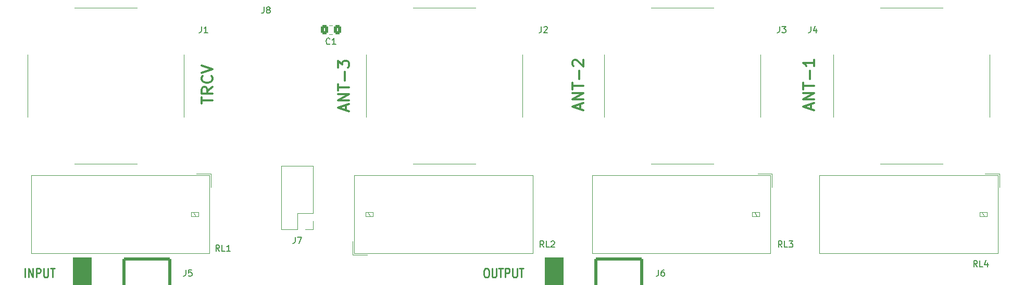
<source format=gto>
G04 #@! TF.GenerationSoftware,KiCad,Pcbnew,7.0.9-7.0.9~ubuntu20.04.1*
G04 #@! TF.CreationDate,2023-12-17T17:55:53+01:00*
G04 #@! TF.ProjectId,PL_switch,504c5f73-7769-4746-9368-2e6b69636164,1.0*
G04 #@! TF.SameCoordinates,Original*
G04 #@! TF.FileFunction,Legend,Top*
G04 #@! TF.FilePolarity,Positive*
%FSLAX46Y46*%
G04 Gerber Fmt 4.6, Leading zero omitted, Abs format (unit mm)*
G04 Created by KiCad (PCBNEW 7.0.9-7.0.9~ubuntu20.04.1) date 2023-12-17 17:55:53*
%MOMM*%
%LPD*%
G01*
G04 APERTURE LIST*
G04 Aperture macros list*
%AMRoundRect*
0 Rectangle with rounded corners*
0 $1 Rounding radius*
0 $2 $3 $4 $5 $6 $7 $8 $9 X,Y pos of 4 corners*
0 Add a 4 corners polygon primitive as box body*
4,1,4,$2,$3,$4,$5,$6,$7,$8,$9,$2,$3,0*
0 Add four circle primitives for the rounded corners*
1,1,$1+$1,$2,$3*
1,1,$1+$1,$4,$5*
1,1,$1+$1,$6,$7*
1,1,$1+$1,$8,$9*
0 Add four rect primitives between the rounded corners*
20,1,$1+$1,$2,$3,$4,$5,0*
20,1,$1+$1,$4,$5,$6,$7,0*
20,1,$1+$1,$6,$7,$8,$9,0*
20,1,$1+$1,$8,$9,$2,$3,0*%
G04 Aperture macros list end*
%ADD10C,0.150000*%
%ADD11C,0.300000*%
%ADD12C,0.250000*%
%ADD13C,0.120000*%
%ADD14R,2.500000X2.500000*%
%ADD15O,2.500000X2.500000*%
%ADD16RoundRect,0.250000X-0.337500X-0.475000X0.337500X-0.475000X0.337500X0.475000X-0.337500X0.475000X0*%
%ADD17C,5.842000*%
%ADD18R,1.700000X1.700000*%
%ADD19O,1.700000X1.700000*%
%ADD20C,6.000000*%
%ADD21R,3.000000X9.000000*%
%ADD22R,6.000000X3.000000*%
%ADD23RoundRect,2.500000X-1.500000X0.000000X1.500000X0.000000X1.500000X0.000000X-1.500000X0.000000X0*%
%ADD24RoundRect,0.250000X-3.750000X-2.250000X3.750000X-2.250000X3.750000X2.250000X-3.750000X2.250000X0*%
G04 APERTURE END LIST*
D10*
X214693571Y-118564819D02*
X214360238Y-118088628D01*
X214122143Y-118564819D02*
X214122143Y-117564819D01*
X214122143Y-117564819D02*
X214503095Y-117564819D01*
X214503095Y-117564819D02*
X214598333Y-117612438D01*
X214598333Y-117612438D02*
X214645952Y-117660057D01*
X214645952Y-117660057D02*
X214693571Y-117755295D01*
X214693571Y-117755295D02*
X214693571Y-117898152D01*
X214693571Y-117898152D02*
X214645952Y-117993390D01*
X214645952Y-117993390D02*
X214598333Y-118041009D01*
X214598333Y-118041009D02*
X214503095Y-118088628D01*
X214503095Y-118088628D02*
X214122143Y-118088628D01*
X215598333Y-118564819D02*
X215122143Y-118564819D01*
X215122143Y-118564819D02*
X215122143Y-117564819D01*
X216360238Y-117898152D02*
X216360238Y-118564819D01*
X216122143Y-117517200D02*
X215884048Y-118231485D01*
X215884048Y-118231485D02*
X216503095Y-118231485D01*
X109455833Y-82274580D02*
X109408214Y-82322200D01*
X109408214Y-82322200D02*
X109265357Y-82369819D01*
X109265357Y-82369819D02*
X109170119Y-82369819D01*
X109170119Y-82369819D02*
X109027262Y-82322200D01*
X109027262Y-82322200D02*
X108932024Y-82226961D01*
X108932024Y-82226961D02*
X108884405Y-82131723D01*
X108884405Y-82131723D02*
X108836786Y-81941247D01*
X108836786Y-81941247D02*
X108836786Y-81798390D01*
X108836786Y-81798390D02*
X108884405Y-81607914D01*
X108884405Y-81607914D02*
X108932024Y-81512676D01*
X108932024Y-81512676D02*
X109027262Y-81417438D01*
X109027262Y-81417438D02*
X109170119Y-81369819D01*
X109170119Y-81369819D02*
X109265357Y-81369819D01*
X109265357Y-81369819D02*
X109408214Y-81417438D01*
X109408214Y-81417438D02*
X109455833Y-81465057D01*
X110408214Y-82369819D02*
X109836786Y-82369819D01*
X110122500Y-82369819D02*
X110122500Y-81369819D01*
X110122500Y-81369819D02*
X110027262Y-81512676D01*
X110027262Y-81512676D02*
X109932024Y-81607914D01*
X109932024Y-81607914D02*
X109836786Y-81655533D01*
X187626666Y-79464819D02*
X187626666Y-80179104D01*
X187626666Y-80179104D02*
X187579047Y-80321961D01*
X187579047Y-80321961D02*
X187483809Y-80417200D01*
X187483809Y-80417200D02*
X187340952Y-80464819D01*
X187340952Y-80464819D02*
X187245714Y-80464819D01*
X188531428Y-79798152D02*
X188531428Y-80464819D01*
X188293333Y-79417200D02*
X188055238Y-80131485D01*
X188055238Y-80131485D02*
X188674285Y-80131485D01*
D11*
X187627828Y-92928570D02*
X187627828Y-92071428D01*
X188142114Y-93099999D02*
X186342114Y-92499999D01*
X186342114Y-92499999D02*
X188142114Y-91899999D01*
X188142114Y-91299999D02*
X186342114Y-91299999D01*
X186342114Y-91299999D02*
X188142114Y-90271428D01*
X188142114Y-90271428D02*
X186342114Y-90271428D01*
X186342114Y-89671428D02*
X186342114Y-88642857D01*
X188142114Y-89157142D02*
X186342114Y-89157142D01*
X187456400Y-88042856D02*
X187456400Y-86671428D01*
X188142114Y-84871428D02*
X188142114Y-85899999D01*
X188142114Y-85385714D02*
X186342114Y-85385714D01*
X186342114Y-85385714D02*
X186599257Y-85557142D01*
X186599257Y-85557142D02*
X186770685Y-85728571D01*
X186770685Y-85728571D02*
X186856400Y-85899999D01*
D10*
X103806666Y-113754819D02*
X103806666Y-114469104D01*
X103806666Y-114469104D02*
X103759047Y-114611961D01*
X103759047Y-114611961D02*
X103663809Y-114707200D01*
X103663809Y-114707200D02*
X103520952Y-114754819D01*
X103520952Y-114754819D02*
X103425714Y-114754819D01*
X104187619Y-113754819D02*
X104854285Y-113754819D01*
X104854285Y-113754819D02*
X104425714Y-114754819D01*
X98726666Y-76289819D02*
X98726666Y-77004104D01*
X98726666Y-77004104D02*
X98679047Y-77146961D01*
X98679047Y-77146961D02*
X98583809Y-77242200D01*
X98583809Y-77242200D02*
X98440952Y-77289819D01*
X98440952Y-77289819D02*
X98345714Y-77289819D01*
X99345714Y-76718390D02*
X99250476Y-76670771D01*
X99250476Y-76670771D02*
X99202857Y-76623152D01*
X99202857Y-76623152D02*
X99155238Y-76527914D01*
X99155238Y-76527914D02*
X99155238Y-76480295D01*
X99155238Y-76480295D02*
X99202857Y-76385057D01*
X99202857Y-76385057D02*
X99250476Y-76337438D01*
X99250476Y-76337438D02*
X99345714Y-76289819D01*
X99345714Y-76289819D02*
X99536190Y-76289819D01*
X99536190Y-76289819D02*
X99631428Y-76337438D01*
X99631428Y-76337438D02*
X99679047Y-76385057D01*
X99679047Y-76385057D02*
X99726666Y-76480295D01*
X99726666Y-76480295D02*
X99726666Y-76527914D01*
X99726666Y-76527914D02*
X99679047Y-76623152D01*
X99679047Y-76623152D02*
X99631428Y-76670771D01*
X99631428Y-76670771D02*
X99536190Y-76718390D01*
X99536190Y-76718390D02*
X99345714Y-76718390D01*
X99345714Y-76718390D02*
X99250476Y-76766009D01*
X99250476Y-76766009D02*
X99202857Y-76813628D01*
X99202857Y-76813628D02*
X99155238Y-76908866D01*
X99155238Y-76908866D02*
X99155238Y-77099342D01*
X99155238Y-77099342D02*
X99202857Y-77194580D01*
X99202857Y-77194580D02*
X99250476Y-77242200D01*
X99250476Y-77242200D02*
X99345714Y-77289819D01*
X99345714Y-77289819D02*
X99536190Y-77289819D01*
X99536190Y-77289819D02*
X99631428Y-77242200D01*
X99631428Y-77242200D02*
X99679047Y-77194580D01*
X99679047Y-77194580D02*
X99726666Y-77099342D01*
X99726666Y-77099342D02*
X99726666Y-76908866D01*
X99726666Y-76908866D02*
X99679047Y-76813628D01*
X99679047Y-76813628D02*
X99631428Y-76766009D01*
X99631428Y-76766009D02*
X99536190Y-76718390D01*
X86026666Y-119088819D02*
X86026666Y-119803104D01*
X86026666Y-119803104D02*
X85979047Y-119945961D01*
X85979047Y-119945961D02*
X85883809Y-120041200D01*
X85883809Y-120041200D02*
X85740952Y-120088819D01*
X85740952Y-120088819D02*
X85645714Y-120088819D01*
X86979047Y-119088819D02*
X86502857Y-119088819D01*
X86502857Y-119088819D02*
X86455238Y-119565009D01*
X86455238Y-119565009D02*
X86502857Y-119517390D01*
X86502857Y-119517390D02*
X86598095Y-119469771D01*
X86598095Y-119469771D02*
X86836190Y-119469771D01*
X86836190Y-119469771D02*
X86931428Y-119517390D01*
X86931428Y-119517390D02*
X86979047Y-119565009D01*
X86979047Y-119565009D02*
X87026666Y-119660247D01*
X87026666Y-119660247D02*
X87026666Y-119898342D01*
X87026666Y-119898342D02*
X86979047Y-119993580D01*
X86979047Y-119993580D02*
X86931428Y-120041200D01*
X86931428Y-120041200D02*
X86836190Y-120088819D01*
X86836190Y-120088819D02*
X86598095Y-120088819D01*
X86598095Y-120088819D02*
X86502857Y-120041200D01*
X86502857Y-120041200D02*
X86455238Y-119993580D01*
D12*
X59915714Y-120314928D02*
X59915714Y-118814928D01*
X60487143Y-120314928D02*
X60487143Y-118814928D01*
X60487143Y-118814928D02*
X61172857Y-120314928D01*
X61172857Y-120314928D02*
X61172857Y-118814928D01*
X61744286Y-120314928D02*
X61744286Y-118814928D01*
X61744286Y-118814928D02*
X62201429Y-118814928D01*
X62201429Y-118814928D02*
X62315714Y-118886357D01*
X62315714Y-118886357D02*
X62372857Y-118957785D01*
X62372857Y-118957785D02*
X62430000Y-119100642D01*
X62430000Y-119100642D02*
X62430000Y-119314928D01*
X62430000Y-119314928D02*
X62372857Y-119457785D01*
X62372857Y-119457785D02*
X62315714Y-119529214D01*
X62315714Y-119529214D02*
X62201429Y-119600642D01*
X62201429Y-119600642D02*
X61744286Y-119600642D01*
X62944286Y-118814928D02*
X62944286Y-120029214D01*
X62944286Y-120029214D02*
X63001429Y-120172071D01*
X63001429Y-120172071D02*
X63058572Y-120243500D01*
X63058572Y-120243500D02*
X63172857Y-120314928D01*
X63172857Y-120314928D02*
X63401429Y-120314928D01*
X63401429Y-120314928D02*
X63515714Y-120243500D01*
X63515714Y-120243500D02*
X63572857Y-120172071D01*
X63572857Y-120172071D02*
X63630000Y-120029214D01*
X63630000Y-120029214D02*
X63630000Y-118814928D01*
X64030000Y-118814928D02*
X64715715Y-118814928D01*
X64372857Y-120314928D02*
X64372857Y-118814928D01*
D10*
X143811666Y-79464819D02*
X143811666Y-80179104D01*
X143811666Y-80179104D02*
X143764047Y-80321961D01*
X143764047Y-80321961D02*
X143668809Y-80417200D01*
X143668809Y-80417200D02*
X143525952Y-80464819D01*
X143525952Y-80464819D02*
X143430714Y-80464819D01*
X144240238Y-79560057D02*
X144287857Y-79512438D01*
X144287857Y-79512438D02*
X144383095Y-79464819D01*
X144383095Y-79464819D02*
X144621190Y-79464819D01*
X144621190Y-79464819D02*
X144716428Y-79512438D01*
X144716428Y-79512438D02*
X144764047Y-79560057D01*
X144764047Y-79560057D02*
X144811666Y-79655295D01*
X144811666Y-79655295D02*
X144811666Y-79750533D01*
X144811666Y-79750533D02*
X144764047Y-79893390D01*
X144764047Y-79893390D02*
X144192619Y-80464819D01*
X144192619Y-80464819D02*
X144811666Y-80464819D01*
D11*
X112062828Y-93128570D02*
X112062828Y-92271428D01*
X112577114Y-93299999D02*
X110777114Y-92699999D01*
X110777114Y-92699999D02*
X112577114Y-92099999D01*
X112577114Y-91499999D02*
X110777114Y-91499999D01*
X110777114Y-91499999D02*
X112577114Y-90471428D01*
X112577114Y-90471428D02*
X110777114Y-90471428D01*
X110777114Y-89871428D02*
X110777114Y-88842857D01*
X112577114Y-89357142D02*
X110777114Y-89357142D01*
X111891400Y-88242856D02*
X111891400Y-86871428D01*
X110777114Y-86185714D02*
X110777114Y-85071428D01*
X110777114Y-85071428D02*
X111462828Y-85671428D01*
X111462828Y-85671428D02*
X111462828Y-85414285D01*
X111462828Y-85414285D02*
X111548542Y-85242857D01*
X111548542Y-85242857D02*
X111634257Y-85157142D01*
X111634257Y-85157142D02*
X111805685Y-85071428D01*
X111805685Y-85071428D02*
X112234257Y-85071428D01*
X112234257Y-85071428D02*
X112405685Y-85157142D01*
X112405685Y-85157142D02*
X112491400Y-85242857D01*
X112491400Y-85242857D02*
X112577114Y-85414285D01*
X112577114Y-85414285D02*
X112577114Y-85928571D01*
X112577114Y-85928571D02*
X112491400Y-86099999D01*
X112491400Y-86099999D02*
X112405685Y-86185714D01*
D10*
X88566666Y-79464819D02*
X88566666Y-80179104D01*
X88566666Y-80179104D02*
X88519047Y-80321961D01*
X88519047Y-80321961D02*
X88423809Y-80417200D01*
X88423809Y-80417200D02*
X88280952Y-80464819D01*
X88280952Y-80464819D02*
X88185714Y-80464819D01*
X89566666Y-80464819D02*
X88995238Y-80464819D01*
X89280952Y-80464819D02*
X89280952Y-79464819D01*
X89280952Y-79464819D02*
X89185714Y-79607676D01*
X89185714Y-79607676D02*
X89090476Y-79702914D01*
X89090476Y-79702914D02*
X88995238Y-79750533D01*
D11*
X88552114Y-91985714D02*
X88552114Y-90957143D01*
X90352114Y-91471428D02*
X88552114Y-91471428D01*
X90352114Y-89328571D02*
X89494971Y-89928571D01*
X90352114Y-90357142D02*
X88552114Y-90357142D01*
X88552114Y-90357142D02*
X88552114Y-89671428D01*
X88552114Y-89671428D02*
X88637828Y-89499999D01*
X88637828Y-89499999D02*
X88723542Y-89414285D01*
X88723542Y-89414285D02*
X88894971Y-89328571D01*
X88894971Y-89328571D02*
X89152114Y-89328571D01*
X89152114Y-89328571D02*
X89323542Y-89414285D01*
X89323542Y-89414285D02*
X89409257Y-89499999D01*
X89409257Y-89499999D02*
X89494971Y-89671428D01*
X89494971Y-89671428D02*
X89494971Y-90357142D01*
X90180685Y-87528571D02*
X90266400Y-87614285D01*
X90266400Y-87614285D02*
X90352114Y-87871428D01*
X90352114Y-87871428D02*
X90352114Y-88042856D01*
X90352114Y-88042856D02*
X90266400Y-88299999D01*
X90266400Y-88299999D02*
X90094971Y-88471428D01*
X90094971Y-88471428D02*
X89923542Y-88557142D01*
X89923542Y-88557142D02*
X89580685Y-88642856D01*
X89580685Y-88642856D02*
X89323542Y-88642856D01*
X89323542Y-88642856D02*
X88980685Y-88557142D01*
X88980685Y-88557142D02*
X88809257Y-88471428D01*
X88809257Y-88471428D02*
X88637828Y-88299999D01*
X88637828Y-88299999D02*
X88552114Y-88042856D01*
X88552114Y-88042856D02*
X88552114Y-87871428D01*
X88552114Y-87871428D02*
X88637828Y-87614285D01*
X88637828Y-87614285D02*
X88723542Y-87528571D01*
X88552114Y-87014285D02*
X90352114Y-86414285D01*
X90352114Y-86414285D02*
X88552114Y-85814285D01*
D10*
X182546666Y-79464819D02*
X182546666Y-80179104D01*
X182546666Y-80179104D02*
X182499047Y-80321961D01*
X182499047Y-80321961D02*
X182403809Y-80417200D01*
X182403809Y-80417200D02*
X182260952Y-80464819D01*
X182260952Y-80464819D02*
X182165714Y-80464819D01*
X182927619Y-79464819D02*
X183546666Y-79464819D01*
X183546666Y-79464819D02*
X183213333Y-79845771D01*
X183213333Y-79845771D02*
X183356190Y-79845771D01*
X183356190Y-79845771D02*
X183451428Y-79893390D01*
X183451428Y-79893390D02*
X183499047Y-79941009D01*
X183499047Y-79941009D02*
X183546666Y-80036247D01*
X183546666Y-80036247D02*
X183546666Y-80274342D01*
X183546666Y-80274342D02*
X183499047Y-80369580D01*
X183499047Y-80369580D02*
X183451428Y-80417200D01*
X183451428Y-80417200D02*
X183356190Y-80464819D01*
X183356190Y-80464819D02*
X183070476Y-80464819D01*
X183070476Y-80464819D02*
X182975238Y-80417200D01*
X182975238Y-80417200D02*
X182927619Y-80369580D01*
D11*
X150162828Y-92928570D02*
X150162828Y-92071428D01*
X150677114Y-93099999D02*
X148877114Y-92499999D01*
X148877114Y-92499999D02*
X150677114Y-91899999D01*
X150677114Y-91299999D02*
X148877114Y-91299999D01*
X148877114Y-91299999D02*
X150677114Y-90271428D01*
X150677114Y-90271428D02*
X148877114Y-90271428D01*
X148877114Y-89671428D02*
X148877114Y-88642857D01*
X150677114Y-89157142D02*
X148877114Y-89157142D01*
X149991400Y-88042856D02*
X149991400Y-86671428D01*
X149048542Y-85899999D02*
X148962828Y-85814285D01*
X148962828Y-85814285D02*
X148877114Y-85642857D01*
X148877114Y-85642857D02*
X148877114Y-85214285D01*
X148877114Y-85214285D02*
X148962828Y-85042857D01*
X148962828Y-85042857D02*
X149048542Y-84957142D01*
X149048542Y-84957142D02*
X149219971Y-84871428D01*
X149219971Y-84871428D02*
X149391400Y-84871428D01*
X149391400Y-84871428D02*
X149648542Y-84957142D01*
X149648542Y-84957142D02*
X150677114Y-85985714D01*
X150677114Y-85985714D02*
X150677114Y-84871428D01*
D10*
X182943571Y-115389819D02*
X182610238Y-114913628D01*
X182372143Y-115389819D02*
X182372143Y-114389819D01*
X182372143Y-114389819D02*
X182753095Y-114389819D01*
X182753095Y-114389819D02*
X182848333Y-114437438D01*
X182848333Y-114437438D02*
X182895952Y-114485057D01*
X182895952Y-114485057D02*
X182943571Y-114580295D01*
X182943571Y-114580295D02*
X182943571Y-114723152D01*
X182943571Y-114723152D02*
X182895952Y-114818390D01*
X182895952Y-114818390D02*
X182848333Y-114866009D01*
X182848333Y-114866009D02*
X182753095Y-114913628D01*
X182753095Y-114913628D02*
X182372143Y-114913628D01*
X183848333Y-115389819D02*
X183372143Y-115389819D01*
X183372143Y-115389819D02*
X183372143Y-114389819D01*
X184086429Y-114389819D02*
X184705476Y-114389819D01*
X184705476Y-114389819D02*
X184372143Y-114770771D01*
X184372143Y-114770771D02*
X184515000Y-114770771D01*
X184515000Y-114770771D02*
X184610238Y-114818390D01*
X184610238Y-114818390D02*
X184657857Y-114866009D01*
X184657857Y-114866009D02*
X184705476Y-114961247D01*
X184705476Y-114961247D02*
X184705476Y-115199342D01*
X184705476Y-115199342D02*
X184657857Y-115294580D01*
X184657857Y-115294580D02*
X184610238Y-115342200D01*
X184610238Y-115342200D02*
X184515000Y-115389819D01*
X184515000Y-115389819D02*
X184229286Y-115389819D01*
X184229286Y-115389819D02*
X184134048Y-115342200D01*
X184134048Y-115342200D02*
X184086429Y-115294580D01*
X144208571Y-115389819D02*
X143875238Y-114913628D01*
X143637143Y-115389819D02*
X143637143Y-114389819D01*
X143637143Y-114389819D02*
X144018095Y-114389819D01*
X144018095Y-114389819D02*
X144113333Y-114437438D01*
X144113333Y-114437438D02*
X144160952Y-114485057D01*
X144160952Y-114485057D02*
X144208571Y-114580295D01*
X144208571Y-114580295D02*
X144208571Y-114723152D01*
X144208571Y-114723152D02*
X144160952Y-114818390D01*
X144160952Y-114818390D02*
X144113333Y-114866009D01*
X144113333Y-114866009D02*
X144018095Y-114913628D01*
X144018095Y-114913628D02*
X143637143Y-114913628D01*
X145113333Y-115389819D02*
X144637143Y-115389819D01*
X144637143Y-115389819D02*
X144637143Y-114389819D01*
X145399048Y-114485057D02*
X145446667Y-114437438D01*
X145446667Y-114437438D02*
X145541905Y-114389819D01*
X145541905Y-114389819D02*
X145780000Y-114389819D01*
X145780000Y-114389819D02*
X145875238Y-114437438D01*
X145875238Y-114437438D02*
X145922857Y-114485057D01*
X145922857Y-114485057D02*
X145970476Y-114580295D01*
X145970476Y-114580295D02*
X145970476Y-114675533D01*
X145970476Y-114675533D02*
X145922857Y-114818390D01*
X145922857Y-114818390D02*
X145351429Y-115389819D01*
X145351429Y-115389819D02*
X145970476Y-115389819D01*
X162861666Y-119088819D02*
X162861666Y-119803104D01*
X162861666Y-119803104D02*
X162814047Y-119945961D01*
X162814047Y-119945961D02*
X162718809Y-120041200D01*
X162718809Y-120041200D02*
X162575952Y-120088819D01*
X162575952Y-120088819D02*
X162480714Y-120088819D01*
X163766428Y-119088819D02*
X163575952Y-119088819D01*
X163575952Y-119088819D02*
X163480714Y-119136438D01*
X163480714Y-119136438D02*
X163433095Y-119184057D01*
X163433095Y-119184057D02*
X163337857Y-119326914D01*
X163337857Y-119326914D02*
X163290238Y-119517390D01*
X163290238Y-119517390D02*
X163290238Y-119898342D01*
X163290238Y-119898342D02*
X163337857Y-119993580D01*
X163337857Y-119993580D02*
X163385476Y-120041200D01*
X163385476Y-120041200D02*
X163480714Y-120088819D01*
X163480714Y-120088819D02*
X163671190Y-120088819D01*
X163671190Y-120088819D02*
X163766428Y-120041200D01*
X163766428Y-120041200D02*
X163814047Y-119993580D01*
X163814047Y-119993580D02*
X163861666Y-119898342D01*
X163861666Y-119898342D02*
X163861666Y-119660247D01*
X163861666Y-119660247D02*
X163814047Y-119565009D01*
X163814047Y-119565009D02*
X163766428Y-119517390D01*
X163766428Y-119517390D02*
X163671190Y-119469771D01*
X163671190Y-119469771D02*
X163480714Y-119469771D01*
X163480714Y-119469771D02*
X163385476Y-119517390D01*
X163385476Y-119517390D02*
X163337857Y-119565009D01*
X163337857Y-119565009D02*
X163290238Y-119660247D01*
D12*
X134774285Y-118814928D02*
X135002857Y-118814928D01*
X135002857Y-118814928D02*
X135117142Y-118886357D01*
X135117142Y-118886357D02*
X135231428Y-119029214D01*
X135231428Y-119029214D02*
X135288571Y-119314928D01*
X135288571Y-119314928D02*
X135288571Y-119814928D01*
X135288571Y-119814928D02*
X135231428Y-120100642D01*
X135231428Y-120100642D02*
X135117142Y-120243500D01*
X135117142Y-120243500D02*
X135002857Y-120314928D01*
X135002857Y-120314928D02*
X134774285Y-120314928D01*
X134774285Y-120314928D02*
X134660000Y-120243500D01*
X134660000Y-120243500D02*
X134545714Y-120100642D01*
X134545714Y-120100642D02*
X134488571Y-119814928D01*
X134488571Y-119814928D02*
X134488571Y-119314928D01*
X134488571Y-119314928D02*
X134545714Y-119029214D01*
X134545714Y-119029214D02*
X134660000Y-118886357D01*
X134660000Y-118886357D02*
X134774285Y-118814928D01*
X135802857Y-118814928D02*
X135802857Y-120029214D01*
X135802857Y-120029214D02*
X135860000Y-120172071D01*
X135860000Y-120172071D02*
X135917143Y-120243500D01*
X135917143Y-120243500D02*
X136031428Y-120314928D01*
X136031428Y-120314928D02*
X136260000Y-120314928D01*
X136260000Y-120314928D02*
X136374285Y-120243500D01*
X136374285Y-120243500D02*
X136431428Y-120172071D01*
X136431428Y-120172071D02*
X136488571Y-120029214D01*
X136488571Y-120029214D02*
X136488571Y-118814928D01*
X136888571Y-118814928D02*
X137574286Y-118814928D01*
X137231428Y-120314928D02*
X137231428Y-118814928D01*
X137974286Y-120314928D02*
X137974286Y-118814928D01*
X137974286Y-118814928D02*
X138431429Y-118814928D01*
X138431429Y-118814928D02*
X138545714Y-118886357D01*
X138545714Y-118886357D02*
X138602857Y-118957785D01*
X138602857Y-118957785D02*
X138660000Y-119100642D01*
X138660000Y-119100642D02*
X138660000Y-119314928D01*
X138660000Y-119314928D02*
X138602857Y-119457785D01*
X138602857Y-119457785D02*
X138545714Y-119529214D01*
X138545714Y-119529214D02*
X138431429Y-119600642D01*
X138431429Y-119600642D02*
X137974286Y-119600642D01*
X139174286Y-118814928D02*
X139174286Y-120029214D01*
X139174286Y-120029214D02*
X139231429Y-120172071D01*
X139231429Y-120172071D02*
X139288572Y-120243500D01*
X139288572Y-120243500D02*
X139402857Y-120314928D01*
X139402857Y-120314928D02*
X139631429Y-120314928D01*
X139631429Y-120314928D02*
X139745714Y-120243500D01*
X139745714Y-120243500D02*
X139802857Y-120172071D01*
X139802857Y-120172071D02*
X139860000Y-120029214D01*
X139860000Y-120029214D02*
X139860000Y-118814928D01*
X140260000Y-118814928D02*
X140945715Y-118814928D01*
X140602857Y-120314928D02*
X140602857Y-118814928D01*
D10*
X91503571Y-116024819D02*
X91170238Y-115548628D01*
X90932143Y-116024819D02*
X90932143Y-115024819D01*
X90932143Y-115024819D02*
X91313095Y-115024819D01*
X91313095Y-115024819D02*
X91408333Y-115072438D01*
X91408333Y-115072438D02*
X91455952Y-115120057D01*
X91455952Y-115120057D02*
X91503571Y-115215295D01*
X91503571Y-115215295D02*
X91503571Y-115358152D01*
X91503571Y-115358152D02*
X91455952Y-115453390D01*
X91455952Y-115453390D02*
X91408333Y-115501009D01*
X91408333Y-115501009D02*
X91313095Y-115548628D01*
X91313095Y-115548628D02*
X90932143Y-115548628D01*
X92408333Y-116024819D02*
X91932143Y-116024819D01*
X91932143Y-116024819D02*
X91932143Y-115024819D01*
X93265476Y-116024819D02*
X92694048Y-116024819D01*
X92979762Y-116024819D02*
X92979762Y-115024819D01*
X92979762Y-115024819D02*
X92884524Y-115167676D01*
X92884524Y-115167676D02*
X92789286Y-115262914D01*
X92789286Y-115262914D02*
X92694048Y-115310533D01*
D13*
X215046000Y-109694500D02*
X215046000Y-110394500D01*
X216246000Y-109694500D02*
X215046000Y-109694500D01*
X218046000Y-103694500D02*
X189046000Y-103694500D01*
X218046000Y-116394500D02*
X218046000Y-103694500D01*
X215446000Y-109694500D02*
X215846000Y-110394500D01*
X189046000Y-116394500D02*
X218046000Y-116394500D01*
X215946000Y-103454500D02*
X218286000Y-103454500D01*
X189046000Y-103694500D02*
X189046000Y-116394500D01*
X216246000Y-110394500D02*
X216246000Y-109694500D01*
X215046000Y-110394500D02*
X216246000Y-110394500D01*
X218286000Y-103454500D02*
X218286000Y-105644500D01*
X109361248Y-80745000D02*
X109883752Y-80745000D01*
X109361248Y-79275000D02*
X109883752Y-79275000D01*
X191300000Y-84020000D02*
X191300000Y-94180000D01*
X209080000Y-101800000D02*
X198920000Y-101800000D01*
X209080000Y-76400000D02*
X198920000Y-76400000D01*
X216700000Y-84020000D02*
X216700000Y-94180000D01*
X106740000Y-109855000D02*
X106740000Y-102175000D01*
X106740000Y-109855000D02*
X104140000Y-109855000D01*
X106740000Y-112455000D02*
X105410000Y-112455000D01*
X106740000Y-102175000D02*
X101540000Y-102175000D01*
X104140000Y-109855000D02*
X104140000Y-112455000D01*
X106740000Y-111125000D02*
X106740000Y-112455000D01*
X101540000Y-112455000D02*
X101540000Y-102175000D01*
X104140000Y-112455000D02*
X101540000Y-112455000D01*
X140716000Y-84020000D02*
X140716000Y-94180000D01*
X133096000Y-101800000D02*
X122936000Y-101800000D01*
X133096000Y-76400000D02*
X122936000Y-76400000D01*
X115316000Y-84020000D02*
X115316000Y-94180000D01*
X78105000Y-76400000D02*
X67945000Y-76400000D01*
X78105000Y-101800000D02*
X67945000Y-101800000D01*
X85725000Y-84020000D02*
X85725000Y-94180000D01*
X60325000Y-84020000D02*
X60325000Y-94180000D01*
X179400000Y-84020000D02*
X179400000Y-94180000D01*
X171780000Y-76400000D02*
X161620000Y-76400000D01*
X154000000Y-84020000D02*
X154000000Y-94180000D01*
X171780000Y-101800000D02*
X161620000Y-101800000D01*
X178489000Y-109694500D02*
X178889000Y-110394500D01*
X179289000Y-110394500D02*
X179289000Y-109694500D01*
X152089000Y-103694500D02*
X152089000Y-116394500D01*
X181089000Y-103694500D02*
X152089000Y-103694500D01*
X178989000Y-103454500D02*
X181329000Y-103454500D01*
X152089000Y-116394500D02*
X181089000Y-116394500D01*
X181329000Y-103454500D02*
X181329000Y-105644500D01*
X178089000Y-110394500D02*
X179289000Y-110394500D01*
X179289000Y-109694500D02*
X178089000Y-109694500D01*
X181089000Y-116394500D02*
X181089000Y-103694500D01*
X178089000Y-109694500D02*
X178089000Y-110394500D01*
X116024000Y-110392000D02*
X115624000Y-109692000D01*
X115224000Y-109692000D02*
X115224000Y-110392000D01*
X142424000Y-116392000D02*
X142424000Y-103692000D01*
X113424000Y-116392000D02*
X142424000Y-116392000D01*
X113184000Y-116632000D02*
X113184000Y-114442000D01*
X116424000Y-109692000D02*
X115224000Y-109692000D01*
X115524000Y-116632000D02*
X113184000Y-116632000D01*
X115224000Y-110392000D02*
X116424000Y-110392000D01*
X142424000Y-103692000D02*
X113424000Y-103692000D01*
X116424000Y-110392000D02*
X116424000Y-109692000D01*
X113424000Y-103692000D02*
X113424000Y-116392000D01*
X88075500Y-110394500D02*
X88075500Y-109694500D01*
X86875500Y-109694500D02*
X86875500Y-110394500D01*
X88075500Y-109694500D02*
X86875500Y-109694500D01*
X90115500Y-103454500D02*
X90115500Y-105644500D01*
X87775500Y-103454500D02*
X90115500Y-103454500D01*
X60875500Y-103694500D02*
X60875500Y-116394500D01*
X89875500Y-116394500D02*
X89875500Y-103694500D01*
X89875500Y-103694500D02*
X60875500Y-103694500D01*
X87275500Y-109694500D02*
X87675500Y-110394500D01*
X60875500Y-116394500D02*
X89875500Y-116394500D01*
X86875500Y-110394500D02*
X88075500Y-110394500D01*
%LPC*%
D14*
X215646000Y-106294500D03*
D15*
X200646000Y-106294500D03*
X195646000Y-106294500D03*
X190646000Y-106294500D03*
X190646000Y-113794500D03*
X195646000Y-113794500D03*
X200646000Y-113794500D03*
X215646000Y-113794500D03*
D16*
X108585000Y-80010000D03*
X110660000Y-80010000D03*
D17*
X204000000Y-89100000D03*
X194881400Y-98218600D03*
X194881400Y-79981400D03*
X213118600Y-79981400D03*
X213118600Y-98218600D03*
D18*
X105410000Y-111125000D03*
D19*
X102870000Y-111125000D03*
X105410000Y-108585000D03*
X102870000Y-108585000D03*
X105410000Y-106045000D03*
X102870000Y-106045000D03*
X105410000Y-103505000D03*
X102870000Y-103505000D03*
D20*
X100965000Y-84510000D03*
D21*
X96465000Y-83010000D03*
D22*
X100965000Y-80010000D03*
D23*
X69215000Y-119634000D03*
D24*
X79715000Y-119634000D03*
D17*
X128016000Y-89100000D03*
X118897400Y-98218600D03*
X137134600Y-98218600D03*
X118897400Y-79981400D03*
X137134600Y-79981400D03*
X73025000Y-89100000D03*
X82143600Y-79981400D03*
X63906400Y-98218600D03*
X63906400Y-79981400D03*
X82143600Y-98218600D03*
X166700000Y-89100000D03*
X157581400Y-98218600D03*
X175818600Y-98218600D03*
X175818600Y-79981400D03*
X157581400Y-79981400D03*
D14*
X178689000Y-106294500D03*
D15*
X163689000Y-106294500D03*
X158689000Y-106294500D03*
X153689000Y-106294500D03*
X153689000Y-113794500D03*
X158689000Y-113794500D03*
X163689000Y-113794500D03*
X178689000Y-113794500D03*
D14*
X115824000Y-113792000D03*
D15*
X130824000Y-113792000D03*
X135824000Y-113792000D03*
X140824000Y-113792000D03*
X140824000Y-106292000D03*
X135824000Y-106292000D03*
X130824000Y-106292000D03*
X115824000Y-106292000D03*
D23*
X145915000Y-119634000D03*
D24*
X156415000Y-119634000D03*
D14*
X87475500Y-106294500D03*
D15*
X72475500Y-106294500D03*
X67475500Y-106294500D03*
X62475500Y-106294500D03*
X62475500Y-113794500D03*
X67475500Y-113794500D03*
X72475500Y-113794500D03*
X87475500Y-113794500D03*
%LPD*%
M02*

</source>
